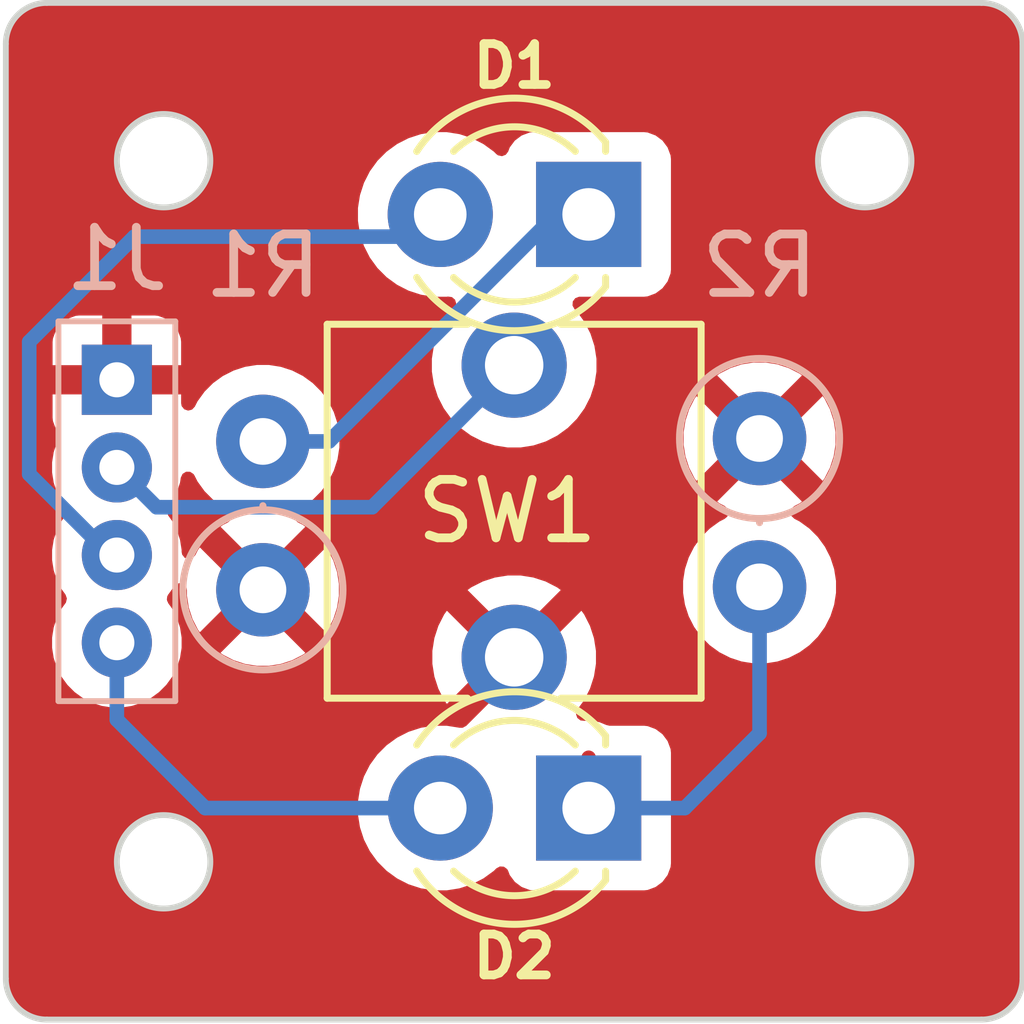
<source format=kicad_pcb>
(kicad_pcb (version 20241229) (generator "pcbnew") (generator_version "9.0")
  (layers (0 "F.Cu" signal) (2 "B.Cu" signal) (13 "F.Paste" user) (15 "B.Paste" user) (5 "F.SilkS" user "F.Silkscreen") (7 "B.SilkS" user "B.Silkscreen") (1 "F.Mask" user) (3 "B.Mask" user) (25 "Edge.Cuts" user))
  (net 0 "")
  (net 1 "GND")
  (net 2 "Net-(D1-A)")
  (net 3 "Net-(D1-K)")
  (net 4 "Net-(D2-K)")
  (net 5 "Net-(D2-A)")
  (net 6 "Net-(J1-Pin_2)")
  (footprint "LED_THT:LED_D3.0mm" (layer "F.Cu") (at 151.275 105.08 180)
    (property "Reference" "D2" (at 1.275 -2.54 0) (layer "F.SilkS") (effects (font (size 0.7 0.7))))
    (property "Value" "LED" (hide yes))
    (fp_line (start -0.29 1.08) (end -0.29 1.236) (stroke (width 0.12)) (layer "F.SilkS"))
    (fp_line (start -0.29 -1.236) (end -0.29 -1.08) (stroke (width 0.12)) (layer "F.SilkS"))
    (fp_arc (start 2.942335 1.078608) (mid 1.366487 1.987659) (end -0.29 1.235516) (stroke (width 0.12)) (layer "F.SilkS"))
    (fp_arc (start 2.31113 1.079837) (mid 1.270117 1.5) (end 0.229039 1.08) (stroke (width 0.12)) (layer "F.SilkS"))
    (fp_arc (start 0.229039 -1.08) (mid 1.270117 -1.5) (end 2.31113 -1.079837) (stroke (width 0.12)) (layer "F.SilkS"))
    (fp_arc (start -0.29 -1.235516) (mid 1.366487 -1.987659) (end 2.942335 -1.078608) (stroke (width 0.12)) (layer "F.SilkS"))
    (pad "1" thru_hole rect (at 0 0 180) (size 1.8 1.8) (drill 0.9) (layers "*.Cu" "*.Mask") (net 4 "Net-(D2-K)"))
    (pad "2" thru_hole circle (at 2.54 0 180) (size 1.8 1.8) (drill 0.9) (layers "*.Cu" "*.Mask") (net 5 "Net-(D2-A)"))
  )
  (footprint "samuel:button-6mm-small" (layer "F.Cu") (at 150 100 90)
    (property "Reference" "SW1" (at 0 -0.12 0) (layer "F.SilkS"))
    (property "Value" "SW_DIP_x01" (hide yes))
    (fp_line (start 3.2 -3.2) (end 3.2 -0.8) (stroke (width 0.12)) (layer "F.SilkS"))
    (fp_line (start -3.2 -3.2) (end 3.2 -3.2) (stroke (width 0.12)) (layer "F.SilkS"))
    (fp_line (start -3.2 -0.8) (end -3.2 -3.2) (stroke (width 0.12)) (layer "F.SilkS"))
    (fp_line (start 3.2 0.8) (end 3.2 3.2) (stroke (width 0.12)) (layer "F.SilkS"))
    (fp_line (start 3.2 3.2) (end -3.2 3.2) (stroke (width 0.12)) (layer "F.SilkS"))
    (fp_line (start -3.2 3.2) (end -3.2 0.8) (stroke (width 0.12)) (layer "F.SilkS"))
    (pad "1" thru_hole circle (at -2.5 0 90) (size 1.8 1.8) (drill 1) (layers "*.Cu" "*.Mask") (net 1 "GND"))
    (pad "2" thru_hole circle (at 2.5 0 90) (size 1.8 1.8) (drill 1) (layers "*.Cu" "*.Mask") (net 6 "Net-(J1-Pin_2)"))
  )
  (footprint "LED_THT:LED_D3.0mm" (layer "F.Cu") (at 151.275 94.92 180)
    (property "Reference" "D1" (at 1.275 2.54 0) (layer "F.SilkS") (effects (font (size 0.7 0.7))))
    (property "Value" "LED" (hide yes))
    (fp_line (start -0.29 1.08) (end -0.29 1.236) (stroke (width 0.12)) (layer "F.SilkS"))
    (fp_line (start -0.29 -1.236) (end -0.29 -1.08) (stroke (width 0.12)) (layer "F.SilkS"))
    (fp_arc (start 2.942335 1.078608) (mid 1.366487 1.987659) (end -0.29 1.235516) (stroke (width 0.12)) (layer "F.SilkS"))
    (fp_arc (start 2.31113 1.079837) (mid 1.270117 1.5) (end 0.229039 1.08) (stroke (width 0.12)) (layer "F.SilkS"))
    (fp_arc (start 0.229039 -1.08) (mid 1.270117 -1.5) (end 2.31113 -1.079837) (stroke (width 0.12)) (layer "F.SilkS"))
    (fp_arc (start -0.29 -1.235516) (mid 1.366487 -1.987659) (end 2.942335 -1.078608) (stroke (width 0.12)) (layer "F.SilkS"))
    (pad "1" thru_hole rect (at 0 0 180) (size 1.8 1.8) (drill 0.9) (layers "*.Cu" "*.Mask") (net 3 "Net-(D1-K)"))
    (pad "2" thru_hole circle (at 2.54 0 180) (size 1.8 1.8) (drill 0.9) (layers "*.Cu" "*.Mask") (net 2 "Net-(D1-A)"))
  )
  (footprint "Resistor_THT:R_Axial_DIN0207_L6.3mm_D2.5mm_P2.54mm_Vertical" (layer "B.Cu") (at 154.2 98.755 -90)
    (property "Reference" "R2" (at -2.955 0 0) (layer "B.SilkS") (effects (justify mirror)))
    (property "Value" "R" (hide yes))
    (fp_line (start 1.37 0) (end 1.44 0) (stroke (width 0.12)) (layer "B.SilkS"))
    (fp_circle (center 0 0) (end 1.37 0) (stroke (width 0.12)) (fill no) (layer "B.SilkS"))
    (pad "1" thru_hole circle (at 0 0 270) (size 1.6 1.6) (drill 0.8) (layers "*.Cu" "*.Mask") (net 1 "GND"))
    (pad "2" thru_hole oval (at 2.54 0 270) (size 1.6 1.6) (drill 0.8) (layers "*.Cu" "*.Mask") (net 4 "Net-(D2-K)"))
  )
  (footprint "Resistor_THT:R_Axial_DIN0207_L6.3mm_D2.5mm_P2.54mm_Vertical" (layer "B.Cu") (at 145.7 101.345 90)
    (property "Reference" "R1" (at 5.545 0 180) (layer "B.SilkS") (effects (justify mirror)))
    (property "Value" "R" (hide yes))
    (fp_line (start 1.37 0) (end 1.44 0) (stroke (width 0.12)) (layer "B.SilkS"))
    (fp_circle (center 0 0) (end 1.37 0) (stroke (width 0.12)) (fill no) (layer "B.SilkS"))
    (pad "1" thru_hole circle (at 0 0 90) (size 1.6 1.6) (drill 0.8) (layers "*.Cu" "*.Mask") (net 1 "GND"))
    (pad "2" thru_hole oval (at 2.54 0 90) (size 1.6 1.6) (drill 0.8) (layers "*.Cu" "*.Mask") (net 3 "Net-(D1-K)"))
  )
  (footprint "samuel:ZH-1.5mm-4p" (layer "B.Cu") (at 143.2 100 180)
    (property "Reference" "J1" (at 0 4.315 0) (layer "B.SilkS") (effects (justify mirror)))
    (property "Value" "Conn_01x04" (hide yes))
    (fp_line (start 1 3.25) (end 1 -3.25) (stroke (width 0.1)) (layer "B.SilkS"))
    (fp_line (start 1 -3.25) (end -1 -3.25) (stroke (width 0.1)) (layer "B.SilkS"))
    (fp_line (start -1 3.25) (end 1 3.25) (stroke (width 0.1)) (layer "B.SilkS"))
    (fp_line (start -1 3.25) (end -1 -3.25) (stroke (width 0.1)) (layer "B.SilkS"))
    (pad "1" thru_hole rect (at 0 2.25 180) (size 1.2 1.2) (drill 0.6) (layers "*.Cu" "*.Mask") (net 1 "GND"))
    (pad "2" thru_hole circle (at 0 0.75 180) (size 1.2 1.2) (drill 0.6) (layers "*.Cu" "*.Mask") (net 6 "Net-(J1-Pin_2)"))
    (pad "3" thru_hole circle (at 0 -0.75 180) (size 1.2 1.2) (drill 0.6) (layers "*.Cu" "*.Mask") (net 2 "Net-(D1-A)"))
    (pad "4" thru_hole circle (at 0 -2.25 180) (size 1.2 1.2) (drill 0.6) (layers "*.Cu" "*.Mask") (net 5 "Net-(D2-A)"))
  )
  (gr_line (start 158.7 108) (end 158.7 92) (stroke (width 0.1)) (layer "Edge.Cuts"))
  (gr_arc (start 142 108.7) (mid 141.505025 108.494975) (end 141.3 108) (stroke (width 0.1)) (layer "Edge.Cuts"))
  (gr_circle (center 144 106) (end 144.8 106) (stroke (width 0.1)) (fill no) (layer "Edge.Cuts"))
  (gr_circle (center 156 106) (end 155.2 106) (stroke (width 0.1)) (fill no) (layer "Edge.Cuts"))
  (gr_circle (center 144 94) (end 144.8 94) (stroke (width 0.1)) (fill no) (layer "Edge.Cuts"))
  (gr_line (start 142 108.7) (end 158 108.7) (stroke (width 0.1)) (layer "Edge.Cuts"))
  (gr_line (start 158 91.3) (end 142 91.3) (stroke (width 0.1)) (layer "Edge.Cuts"))
  (gr_arc (start 158 91.3) (mid 158.494975 91.505025) (end 158.7 92) (stroke (width 0.1)) (layer "Edge.Cuts"))
  (gr_line (start 141.3 92) (end 141.3 108) (stroke (width 0.1)) (layer "Edge.Cuts"))
  (gr_circle (center 156 94) (end 156 94.8) (stroke (width 0.1)) (fill no) (layer "Edge.Cuts"))
  (gr_arc (start 141.3 92) (mid 141.505025 91.505025) (end 142 91.3) (stroke (width 0.1)) (layer "Edge.Cuts"))
  (gr_arc (start 158.7 108) (mid 158.494975 108.494975) (end 158 108.7) (stroke (width 0.1)) (layer "Edge.Cuts"))
  (segment (start 150 102.5) (end 150.5 102.5) (width 0.25) (layer "F.Cu") (net 1))
  (segment (start 154.27 98.73) (end 154.445 98.73) (width 0.25) (layer "F.Cu") (net 1))
  (segment (start 148.735 94.92) (end 148.73 94.92) (width 0.25) (layer "F.Cu") (net 2))
  (segment (start 141.7 99.365) (end 141.7 97.1) (width 0.25) (layer "B.Cu") (net 2))
  (segment (start 141.7 97.1) (end 143.5 95.3) (width 0.25) (layer "B.Cu") (net 2))
  (segment (start 148.355 95.3) (end 148.735 94.92) (width 0.25) (layer "B.Cu") (net 2))
  (segment (start 143.2 100.865) (end 141.7 99.365) (width 0.25) (layer "B.Cu") (net 2))
  (segment (start 143.5 95.3) (end 148.355 95.3) (width 0.25) (layer "B.Cu") (net 2))
  (segment (start 146.83137 98.805) (end 150.71637 94.92) (width 0.25) (layer "B.Cu") (net 3))
  (segment (start 145.7 98.805) (end 146.83137 98.805) (width 0.25) (layer "B.Cu") (net 3))
  (segment (start 150.71637 94.92) (end 151.275 94.92) (width 0.25) (layer "B.Cu") (net 3))
  (segment (start 151.275 105.08) (end 151.275 104.22) (width 0.25) (layer "F.Cu") (net 4))
  (segment (start 154.2 103.8) (end 154.2 101.295) (width 0.25) (layer "B.Cu") (net 4))
  (segment (start 152.92 105.08) (end 154.2 103.8) (width 0.25) (layer "B.Cu") (net 4))
  (segment (start 151.275 105.08) (end 152.92 105.08) (width 0.25) (layer "B.Cu") (net 4))
  (segment (start 144.711832 105.08) (end 148.735 105.08) (width 0.25) (layer "B.Cu") (net 5))
  (segment (start 143.2 102.25) (end 143.2 103.568168) (width 0.25) (layer "B.Cu") (net 5))
  (segment (start 143.2 103.568168) (end 144.711832 105.08) (width 0.25) (layer "B.Cu") (net 5))
  (segment (start 143.2 99.365) (end 143.266 99.431) (width 0.25) (layer "B.Cu") (net 6))
  (segment (start 143.2 99.25) (end 143.881 99.931) (width 0.25) (layer "B.Cu") (net 6))
  (segment (start 147.569 99.931) (end 150 97.5) (width 0.25) (layer "B.Cu") (net 6))
  (segment (start 143.881 99.931) (end 147.569 99.931) (width 0.25) (layer "B.Cu") (net 6))
  (zone (net 1) (net_name "GND") (layer "F.Cu") (connect_pads (clearance 0.508)) (min_thickness 0.25) (fill yes (thermal_gap 0.5) (thermal_bridge_width 0.5))
    (polygon (pts (xy 141.2 91.3) (xy 158.7 91.3) (xy 158.7 108.8) (xy 141.2 108.8)))
  )
)
</source>
